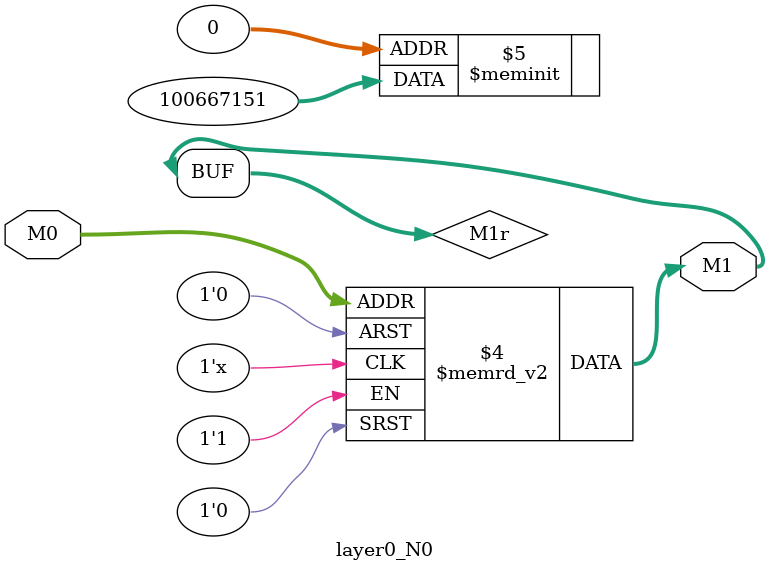
<source format=v>
module layer0_N0 ( input [3:0] M0, output [1:0] M1 );

	(*rom_style = "distributed" *) reg [1:0] M1r;
	assign M1 = M1r;
	always @ (M0) begin
		case (M0)
			4'b0000: M1r = 2'b11;
			4'b1000: M1r = 2'b00;
			4'b0100: M1r = 2'b11;
			4'b1100: M1r = 2'b10;
			4'b0010: M1r = 2'b00;
			4'b1010: M1r = 2'b00;
			4'b0110: M1r = 2'b00;
			4'b1110: M1r = 2'b00;
			4'b0001: M1r = 2'b11;
			4'b1001: M1r = 2'b00;
			4'b0101: M1r = 2'b11;
			4'b1101: M1r = 2'b01;
			4'b0011: M1r = 2'b00;
			4'b1011: M1r = 2'b00;
			4'b0111: M1r = 2'b00;
			4'b1111: M1r = 2'b00;

		endcase
	end
endmodule

</source>
